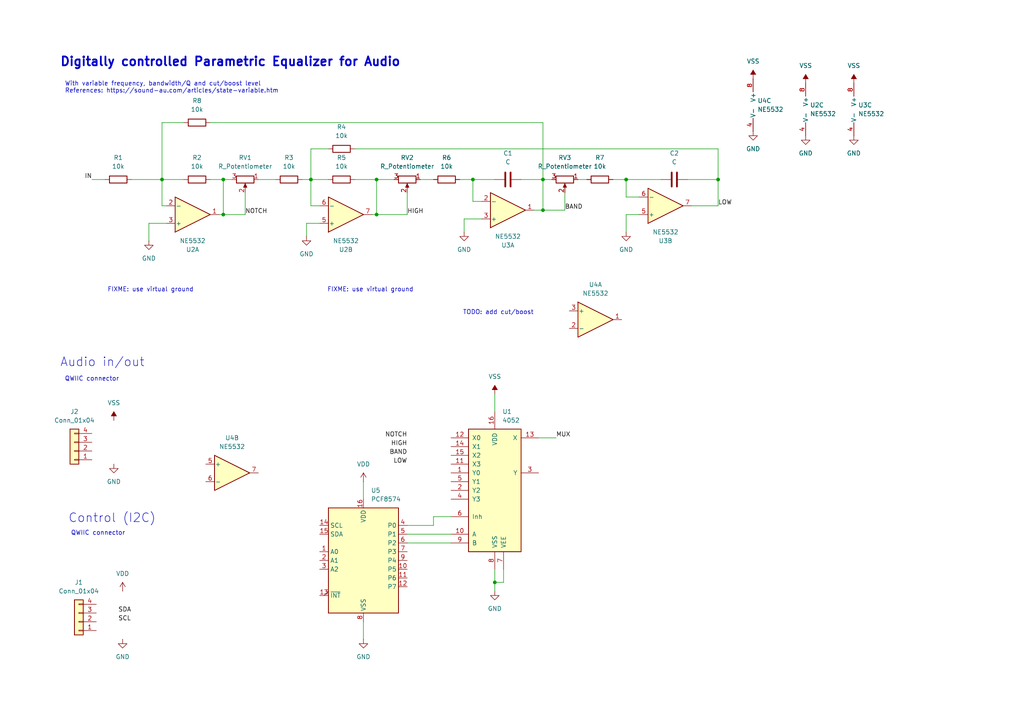
<source format=kicad_sch>
(kicad_sch (version 20231120) (generator "eeschema") (generator_version "8.0")
  (paper "A4")
  (lib_symbols
    (symbol "4xxx:4052" (pin_names (offset 1.016))
      (property "Reference" "U" (at -7.62 19.05 0))
      (property "Value" "4052" (at -7.62 -19.05 0))
      (symbol "4052_1_0"
        (pin passive line (at -12.7 5.08 0) (length 5.08) (name "Y0") (number "1"))
        (pin input line (at -12.7 -12.7 0) (length 5.08) (name "A") (number "10"))
        (pin passive line (at -12.7 7.62 0) (length 5.08) (name "X3") (number "11"))
        (pin passive line (at -12.7 15.24 0) (length 5.08) (name "X0") (number "12"))
        (pin passive line (at 12.7 15.24 180) (length 5.08) (name "X") (number "13"))
        (pin passive line (at -12.7 12.7 0) (length 5.08) (name "X1") (number "14"))
        (pin passive line (at -12.7 10.16 0) (length 5.08) (name "X2") (number "15"))
        (pin power_in line (at 0 22.86 270) (length 5.08) (name "VDD") (number "16"))
        (pin passive line (at -12.7 0 0) (length 5.08) (name "Y2") (number "2"))
        (pin passive line (at 12.7 5.08 180) (length 5.08) (name "Y") (number "3"))
        (pin passive line (at -12.7 -2.54 0) (length 5.08) (name "Y3") (number "4"))
        (pin passive line (at -12.7 2.54 0) (length 5.08) (name "Y1") (number "5"))
        (pin input line (at -12.7 -7.62 0) (length 5.08) (name "Inh") (number "6"))
        (pin power_in line (at 2.54 -22.86 90) (length 5.08) (name "VEE") (number "7"))
        (pin power_in line (at 0 -22.86 90) (length 5.08) (name "VSS") (number "8"))
        (pin input line (at -12.7 -15.24 0) (length 5.08) (name "B") (number "9"))
      )
      (symbol "4052_1_1"
        (rectangle (start -7.62 17.78) (end 7.62 -17.78) (stroke (width 0.254)) (fill (type background)))
      )
    )
    (symbol "Amplifier_Operational:NE5532" (pin_names (offset 0.127))
      (property "Reference" "U" (at 0 5.08 0))
      (property "Value" "NE5532" (at 0 -5.08 0))
      (symbol "NE5532_1_1"
        (polyline (pts (xy -5.08 5.08) (xy 5.08 0) (xy -5.08 -5.08) (xy -5.08 5.08)) (stroke (width 0.254)) (fill (type background)))
        (pin output line (at 7.62 0 180) (length 2.54) (name "~") (number "1"))
        (pin input line (at -7.62 -2.54 0) (length 2.54) (name "-") (number "2"))
        (pin input line (at -7.62 2.54 0) (length 2.54) (name "+") (number "3"))
      )
      (symbol "NE5532_2_1"
        (polyline (pts (xy -5.08 5.08) (xy 5.08 0) (xy -5.08 -5.08) (xy -5.08 5.08)) (stroke (width 0.254)) (fill (type background)))
        (pin input line (at -7.62 2.54 0) (length 2.54) (name "+") (number "5"))
        (pin input line (at -7.62 -2.54 0) (length 2.54) (name "-") (number "6"))
        (pin output line (at 7.62 0 180) (length 2.54) (name "~") (number "7"))
      )
      (symbol "NE5532_3_1"
        (pin power_in line (at -2.54 -7.62 90) (length 3.81) (name "V-") (number "4"))
        (pin power_in line (at -2.54 7.62 270) (length 3.81) (name "V+") (number "8"))
      )
    )
    (symbol "Connector_Generic:Conn_01x04" (pin_names (offset 1.016) hide)
      (property "Reference" "J" (at 0 5.08 0))
      (property "Value" "Conn_01x04" (at 0 -7.62 0))
      (symbol "Conn_01x04_1_1"
        (rectangle (start -1.27 -4.953) (end 0 -5.207) (stroke (width 0.1524)))
        (rectangle (start -1.27 -2.413) (end 0 -2.667) (stroke (width 0.1524)))
        (rectangle (start -1.27 0.127) (end 0 -0.127) (stroke (width 0.1524)))
        (rectangle (start -1.27 2.667) (end 0 2.413) (stroke (width 0.1524)))
        (rectangle (start -1.27 3.81) (end 1.27 -6.35) (stroke (width 0.254)) (fill (type background)))
        (pin passive line (at -5.08 2.54 0) (length 3.81) (name "Pin_1") (number "1"))
        (pin passive line (at -5.08 0 0) (length 3.81) (name "Pin_2") (number "2"))
        (pin passive line (at -5.08 -2.54 0) (length 3.81) (name "Pin_3") (number "3"))
        (pin passive line (at -5.08 -5.08 0) (length 3.81) (name "Pin_4") (number "4"))
      )
    )
    (symbol "Device:C" (pin_numbers hide) (pin_names (offset 0.254))
      (property "Reference" "C" (at 0.635 2.54 0))
      (property "Value" "C" (at 0.635 -2.54 0))
      (symbol "C_0_1"
        (polyline (pts (xy -2.032 -0.762) (xy 2.032 -0.762)) (stroke (width 0.508)))
        (polyline (pts (xy -2.032 0.762) (xy 2.032 0.762)) (stroke (width 0.508)))
      )
      (symbol "C_1_1"
        (pin passive line (at 0 3.81 270) (length 2.794) (name "~") (number "1"))
        (pin passive line (at 0 -3.81 90) (length 2.794) (name "~") (number "2"))
      )
    )
    (symbol "Device:R" (pin_numbers hide) (pin_names (offset 0))
      (property "Reference" "R" (at 2.032 0 90))
      (property "Value" "R" (at 0 0 90))
      (symbol "R_0_1"
        (rectangle (start -1.016 -2.54) (end 1.016 2.54) (stroke (width 0.254)))
      )
      (symbol "R_1_1"
        (pin passive line (at 0 3.81 270) (length 1.27) (name "~") (number "1"))
        (pin passive line (at 0 -3.81 90) (length 1.27) (name "~") (number "2"))
      )
    )
    (symbol "Device:R_Potentiometer" (pin_names (offset 1.016) hide)
      (property "Reference" "RV" (at -4.445 0 90))
      (property "Value" "R_Potentiometer" (at -2.54 0 90))
      (symbol "R_Potentiometer_0_1"
        (polyline (pts (xy 2.54 0) (xy 1.524 0)))
        (polyline (pts (xy 1.143 0) (xy 2.286 0.508) (xy 2.286 -0.508) (xy 1.143 0)) (fill (type outline)))
        (rectangle (start 1.016 2.54) (end -1.016 -2.54) (stroke (width 0.254)))
      )
      (symbol "R_Potentiometer_1_1"
        (pin passive line (at 0 3.81 270) (length 1.27) (name "1") (number "1"))
        (pin passive line (at 3.81 0 180) (length 1.27) (name "2") (number "2"))
        (pin passive line (at 0 -3.81 90) (length 1.27) (name "3") (number "3"))
      )
    )
    (symbol "Interface_Expansion:PCF8574"
      (property "Reference" "U" (at -8.89 16.51 0))
      (property "Value" "PCF8574" (at 2.54 16.51 0))
      (symbol "PCF8574_0_1"
        (rectangle (start -10.16 15.24) (end 10.16 -15.24) (stroke (width 0.254)) (fill (type background)))
      )
      (symbol "PCF8574_1_1"
        (pin input line (at -12.7 2.54 0) (length 2.54) (name "A0") (number "1"))
        (pin bidirectional line (at 12.7 -2.54 180) (length 2.54) (name "P5") (number "10"))
        (pin bidirectional line (at 12.7 -5.08 180) (length 2.54) (name "P6") (number "11"))
        (pin bidirectional line (at 12.7 -7.62 180) (length 2.54) (name "P7") (number "12"))
        (pin open_collector output_low (at -12.7 -10.16 0) (length 2.54) (name "~{INT}") (number "13"))
        (pin input line (at -12.7 10.16 0) (length 2.54) (name "SCL") (number "14"))
        (pin bidirectional line (at -12.7 7.62 0) (length 2.54) (name "SDA") (number "15"))
        (pin power_in line (at 0 17.78 270) (length 2.54) (name "VDD") (number "16"))
        (pin input line (at -12.7 0 0) (length 2.54) (name "A1") (number "2"))
        (pin input line (at -12.7 -2.54 0) (length 2.54) (name "A2") (number "3"))
        (pin bidirectional line (at 12.7 10.16 180) (length 2.54) (name "P0") (number "4"))
        (pin bidirectional line (at 12.7 7.62 180) (length 2.54) (name "P1") (number "5"))
        (pin bidirectional line (at 12.7 5.08 180) (length 2.54) (name "P2") (number "6"))
        (pin bidirectional line (at 12.7 2.54 180) (length 2.54) (name "P3") (number "7"))
        (pin power_in line (at 0 -17.78 90) (length 2.54) (name "VSS") (number "8"))
        (pin bidirectional line (at 12.7 0 180) (length 2.54) (name "P4") (number "9"))
      )
    )
    (symbol "power:GND" (power) (pin_numbers hide) (pin_names (offset 0) hide)
      (property "Value" "GND" (at 0 -3.81 0))
      (symbol "GND_0_1"
        (polyline (pts (xy 0 0) (xy 0 -1.27) (xy 1.27 -1.27) (xy 0 -2.54) (xy -1.27 -1.27) (xy 0 -1.27)))
      )
      (symbol "GND_1_1"
        (pin power_in line (at 0 0 270) (length 0) (name "~") (number "1"))
      )
    )
    (symbol "power:VDD" (power) (pin_numbers hide) (pin_names (offset 0) hide)
      (property "Value" "VDD" (at 0 3.556 0))
      (symbol "VDD_0_1"
        (polyline (pts (xy -0.762 1.27) (xy 0 2.54)))
        (polyline (pts (xy 0 0) (xy 0 2.54)))
        (polyline (pts (xy 0 2.54) (xy 0.762 1.27)))
      )
      (symbol "VDD_1_1"
        (pin power_in line (at 0 0 90) (length 0) (name "~") (number "1"))
      )
    )
    (symbol "power:VSS" (power) (pin_numbers hide) (pin_names (offset 0) hide)
      (property "Value" "VSS" (at 0 3.556 0))
      (symbol "VSS_0_1"
        (polyline (pts (xy 0 0) (xy 0 2.54)))
        (polyline (pts (xy 0.762 1.27) (xy -0.762 1.27) (xy 0 2.54) (xy 0.762 1.27)) (fill (type outline)))
      )
      (symbol "VSS_1_1"
        (pin power_in line (at 0 0 90) (length 0) (name "~") (number "1"))
      )
    )
  )
  (junction (at 181.61 52.07))
  (junction (at 90.17 52.07))
  (junction (at 157.48 52.07))
  (junction (at 137.16 52.07))
  (junction (at 143.51 168.91))
  (junction (at 157.48 60.96))
  (junction (at 109.22 52.07))
  (junction (at 109.22 62.23))
  (junction (at 64.77 62.23))
  (junction (at 208.28 52.07))
  (junction (at 46.99 52.07))
  (junction (at 64.77 52.07))
  (wire (pts (xy 199.39 52.07) (xy 208.28 52.07)))
  (wire (pts (xy 121.92 52.07) (xy 125.73 52.07)))
  (wire (pts (xy 109.22 62.23) (xy 118.11 62.23)))
  (wire (pts (xy 26.67 52.07) (xy 30.48 52.07)))
  (wire (pts (xy 90.17 52.07) (xy 90.17 59.69)))
  (wire (pts (xy 87.63 52.07) (xy 90.17 52.07)))
  (wire (pts (xy 157.48 52.07) (xy 157.48 60.96)))
  (wire (pts (xy 143.51 114.3) (xy 143.51 119.38)))
  (wire (pts (xy 118.11 154.94) (xy 130.81 154.94)))
  (wire (pts (xy 177.8 52.07) (xy 181.61 52.07)))
  (wire (pts (xy 137.16 52.07) (xy 137.16 58.42)))
  (wire (pts (xy 48.26 59.69) (xy 46.99 59.69)))
  (wire (pts (xy 133.35 52.07) (xy 137.16 52.07)))
  (wire (pts (xy 90.17 59.69) (xy 92.71 59.69)))
  (wire (pts (xy 90.17 43.18) (xy 90.17 52.07)))
  (wire (pts (xy 107.95 62.23) (xy 109.22 62.23)))
  (wire (pts (xy 125.73 152.4) (xy 118.11 152.4)))
  (wire (pts (xy 74.93 52.07) (xy 80.01 52.07)))
  (wire (pts (xy 157.48 52.07) (xy 160.02 52.07)))
  (wire (pts (xy 143.51 168.91) (xy 143.51 171.45)))
  (wire (pts (xy 46.99 59.69) (xy 46.99 52.07)))
  (wire (pts (xy 64.77 52.07) (xy 67.31 52.07)))
  (wire (pts (xy 88.9 64.77) (xy 92.71 64.77)))
  (wire (pts (xy 134.62 67.31) (xy 134.62 63.5)))
  (wire (pts (xy 38.1 52.07) (xy 46.99 52.07)))
  (wire (pts (xy 90.17 52.07) (xy 95.25 52.07)))
  (wire (pts (xy 63.5 62.23) (xy 64.77 62.23)))
  (wire (pts (xy 105.41 180.34) (xy 105.41 185.42)))
  (wire (pts (xy 181.61 52.07) (xy 181.61 57.15)))
  (wire (pts (xy 46.99 35.56) (xy 53.34 35.56)))
  (wire (pts (xy 109.22 52.07) (xy 109.22 62.23)))
  (wire (pts (xy 95.25 43.18) (xy 90.17 43.18)))
  (wire (pts (xy 46.99 52.07) (xy 46.99 35.56)))
  (wire (pts (xy 60.96 52.07) (xy 64.77 52.07)))
  (wire (pts (xy 143.51 168.91) (xy 146.05 168.91)))
  (wire (pts (xy 181.61 57.15) (xy 185.42 57.15)))
  (wire (pts (xy 88.9 68.58) (xy 88.9 64.77)))
  (wire (pts (xy 71.12 62.23) (xy 64.77 62.23)))
  (wire (pts (xy 163.83 60.96) (xy 157.48 60.96)))
  (wire (pts (xy 125.73 149.86) (xy 125.73 152.4)))
  (wire (pts (xy 157.48 35.56) (xy 157.48 52.07)))
  (wire (pts (xy 118.11 62.23) (xy 118.11 55.88)))
  (wire (pts (xy 208.28 52.07) (xy 208.28 59.69)))
  (wire (pts (xy 143.51 165.1) (xy 143.51 168.91)))
  (wire (pts (xy 71.12 55.88) (xy 71.12 62.23)))
  (wire (pts (xy 167.64 52.07) (xy 170.18 52.07)))
  (wire (pts (xy 134.62 63.5) (xy 139.7 63.5)))
  (wire (pts (xy 109.22 52.07) (xy 114.3 52.07)))
  (wire (pts (xy 43.18 69.85) (xy 43.18 64.77)))
  (wire (pts (xy 208.28 43.18) (xy 208.28 52.07)))
  (wire (pts (xy 60.96 35.56) (xy 157.48 35.56)))
  (wire (pts (xy 118.11 157.48) (xy 130.81 157.48)))
  (wire (pts (xy 102.87 52.07) (xy 109.22 52.07)))
  (wire (pts (xy 157.48 60.96) (xy 154.94 60.96)))
  (wire (pts (xy 151.13 52.07) (xy 157.48 52.07)))
  (wire (pts (xy 130.81 149.86) (xy 125.73 149.86)))
  (wire (pts (xy 146.05 165.1) (xy 146.05 168.91)))
  (wire (pts (xy 64.77 62.23) (xy 64.77 52.07)))
  (wire (pts (xy 43.18 64.77) (xy 48.26 64.77)))
  (wire (pts (xy 137.16 58.42) (xy 139.7 58.42)))
  (wire (pts (xy 163.83 55.88) (xy 163.83 60.96)))
  (wire (pts (xy 156.21 127) (xy 161.29 127)))
  (wire (pts (xy 208.28 59.69) (xy 200.66 59.69)))
  (wire (pts (xy 105.41 139.7) (xy 105.41 144.78)))
  (wire (pts (xy 102.87 43.18) (xy 208.28 43.18)))
  (wire (pts (xy 181.61 67.31) (xy 181.61 62.23)))
  (wire (pts (xy 181.61 52.07) (xy 191.77 52.07)))
  (wire (pts (xy 46.99 52.07) (xy 53.34 52.07)))
  (wire (pts (xy 137.16 52.07) (xy 143.51 52.07)))
  (wire (pts (xy 181.61 62.23) (xy 185.42 62.23)))
  (text "FIXME: use virtual ground" (at 107.442 84.074 0) (effects (font (size 1.27 1.27))))
  (text "QWIIC connector" (at 28.448 154.686 0) (effects (font (size 1.27 1.27))))
  (text "QWIIC connector" (at 26.67 109.982 0) (effects (font (size 1.27 1.27))))
  (text "Audio in/out" (at 29.718 105.156 0) (effects (font (size 2.54 2.54))))
  (text "TODO: add cut/boost" (at 144.526 90.678 0) (effects (font (size 1.27 1.27))))
  (text "Control (I2C)" (at 32.512 150.368 0) (effects (font (size 2.54 2.54))))
  (text "FIXME: use virtual ground" (at 43.688 84.074 0) (effects (font (size 1.27 1.27))))
  (text "Digitally controlled Parametric Equalizer for Audio" (at 66.802 18.034 0) (effects (font (size 2.54 2.54) (thickness 0.508) (bold yes))))
  (text "With variable frequency, bandwidth/Q and cut/boost level\nReferences: https://sound-au.com/articles/state-variable.htm" (at 18.796 25.4 0) (effects (font (size 1.27 1.27)) (justify left)))
  (label "SDA" (at 34.29 177.8 0))
  (label "HIGH" (at 118.11 129.54 180))
  (label "LOW" (at 118.11 134.62 180))
  (label "BAND" (at 118.11 132.08 180))
  (label "BAND" (at 163.83 60.96 0))
  (label "IN" (at 26.67 52.07 180))
  (label "NOTCH" (at 71.12 62.23 0))
  (label "LOW" (at 208.28 59.69 0))
  (label "SCL" (at 34.29 180.34 0))
  (label "HIGH" (at 118.11 62.23 0))
  (label "NOTCH" (at 118.11 127 180))
  (label "MUX" (at 161.29 127 0))
  (symbol (lib_id "Amplifier_Operational:NE5532") (at 236.22 31.75 0) (unit 3)
    (property "Reference" "U2" (at 234.95 30.4799 0) (effects (justify left)))
    (property "Value" "NE5532" (at 234.95 33.0199 0) (effects (justify left)))
    (property "Datasheet" "http://www.ti.com/lit/ds/symlink/ne5532.pdf" (effects (hide yes)))
    (property "Description" "Dual Low-Noise Operational Amplifiers, DIP-8/SOIC-8" (effects (hide yes)))
  )
  (symbol (lib_id "Device:R_Potentiometer") (at 118.11 52.07 270) (unit 1)
    (property "Reference" "RV2" (at 118.11 45.72 90))
    (property "Value" "R_Potentiometer" (at 118.11 48.26 90))
    (property "Description" "Potentiometer" (effects (hide yes)))
  )
  (symbol (lib_id "Interface_Expansion:PCF8574") (at 105.41 162.56 0) (unit 1)
    (property "Reference" "U5" (at 107.6041 142.24 0) (effects (justify left)))
    (property "Value" "PCF8574" (at 107.6041 144.78 0) (effects (justify left)))
    (property "Datasheet" "http://www.nxp.com/docs/en/data-sheet/PCF8574_PCF8574A.pdf" (effects (hide yes)))
    (property "Description" "8 Bit Port/Expander to I2C Bus, DIP/SOIC-16" (effects (hide yes)))
  )
  (symbol (lib_id "Amplifier_Operational:NE5532") (at 147.32 60.96 0) (mirror x) (unit 1)
    (property "Reference" "U3" (at 147.32 71.12 0))
    (property "Value" "NE5532" (at 147.32 68.58 0))
    (property "Datasheet" "http://www.ti.com/lit/ds/symlink/ne5532.pdf" (effects (hide yes)))
    (property "Description" "Dual Low-Noise Operational Amplifiers, DIP-8/SOIC-8" (effects (hide yes)))
  )
  (symbol (lib_id "power:GND") (at 134.62 67.31 0) (unit 1)
    (property "Reference" "#PWR012" (effects (hide yes)))
    (property "Value" "GND" (at 134.62 72.39 0))
    (property "Description" "Power symbol creates a global label with name \"GND\" , ground" (effects (hide yes)))
  )
  (symbol (lib_id "power:GND") (at 35.56 185.42 0) (unit 1)
    (property "Reference" "#PWR01" (effects (hide yes)))
    (property "Value" "GND" (at 35.56 190.5 0))
    (property "Description" "Power symbol creates a global label with name \"GND\" , ground" (effects (hide yes)))
  )
  (symbol (lib_id "Device:R_Potentiometer") (at 163.83 52.07 270) (unit 1)
    (property "Reference" "RV3" (at 163.83 45.72 90))
    (property "Value" "R_Potentiometer" (at 163.83 48.26 90))
    (property "Description" "Potentiometer" (effects (hide yes)))
  )
  (symbol (lib_id "power:GND") (at 88.9 68.58 0) (unit 1)
    (property "Reference" "#PWR013" (effects (hide yes)))
    (property "Value" "GND" (at 88.9 73.66 0))
    (property "Description" "Power symbol creates a global label with name \"GND\" , ground" (effects (hide yes)))
  )
  (symbol (lib_id "Device:R") (at 34.29 52.07 90) (unit 1)
    (property "Reference" "R1" (at 34.29 45.72 90))
    (property "Value" "10k" (at 34.29 48.26 90))
    (property "Footprint" "Resistor_SMD:R_0805_2012Metric" (effects (hide yes)))
    (property "Description" "Resistor" (effects (hide yes)))
  )
  (symbol (lib_id "power:GND") (at 105.41 185.42 0) (unit 1)
    (property "Reference" "#PWR018" (effects (hide yes)))
    (property "Value" "GND" (at 105.41 190.5 0))
    (property "Description" "Power symbol creates a global label with name \"GND\" , ground" (effects (hide yes)))
  )
  (symbol (lib_id "power:VDD") (at 35.56 171.45 0) (unit 1)
    (property "Reference" "#PWR04" (effects (hide yes)))
    (property "Value" "VDD" (at 35.56 166.37 0))
    (property "Description" "Power symbol creates a global label with name \"VDD\"" (effects (hide yes)))
  )
  (symbol (lib_id "Device:R_Potentiometer") (at 71.12 52.07 270) (unit 1)
    (property "Reference" "RV1" (at 71.12 45.72 90))
    (property "Value" "R_Potentiometer" (at 71.12 48.26 90))
    (property "Description" "Potentiometer" (effects (hide yes)))
  )
  (symbol (lib_id "Device:R") (at 57.15 35.56 90) (unit 1)
    (property "Reference" "R8" (at 57.15 29.21 90))
    (property "Value" "10k" (at 57.15 31.75 90))
    (property "Footprint" "Resistor_SMD:R_0805_2012Metric" (effects (hide yes)))
    (property "Description" "Resistor" (effects (hide yes)))
  )
  (symbol (lib_id "Amplifier_Operational:NE5532") (at 220.98 30.48 0) (unit 3)
    (property "Reference" "U4" (at 219.71 29.2099 0) (effects (justify left)))
    (property "Value" "NE5532" (at 219.71 31.7499 0) (effects (justify left)))
    (property "Datasheet" "http://www.ti.com/lit/ds/symlink/ne5532.pdf" (effects (hide yes)))
    (property "Description" "Dual Low-Noise Operational Amplifiers, DIP-8/SOIC-8" (effects (hide yes)))
  )
  (symbol (lib_id "power:GND") (at 143.51 171.45 0) (unit 1)
    (property "Reference" "#PWR017" (effects (hide yes)))
    (property "Value" "GND" (at 143.51 176.53 0))
    (property "Description" "Power symbol creates a global label with name \"GND\" , ground" (effects (hide yes)))
  )
  (symbol (lib_id "Amplifier_Operational:NE5532") (at 100.33 62.23 0) (mirror x) (unit 2)
    (property "Reference" "U2" (at 100.33 72.39 0))
    (property "Value" "NE5532" (at 100.33 69.85 0))
    (property "Datasheet" "http://www.ti.com/lit/ds/symlink/ne5532.pdf" (effects (hide yes)))
    (property "Description" "Dual Low-Noise Operational Amplifiers, DIP-8/SOIC-8" (effects (hide yes)))
  )
  (symbol (lib_id "power:GND") (at 43.18 69.85 0) (unit 1)
    (property "Reference" "#PWR014" (effects (hide yes)))
    (property "Value" "GND" (at 43.18 74.93 0))
    (property "Description" "Power symbol creates a global label with name \"GND\" , ground" (effects (hide yes)))
  )
  (symbol (lib_id "Device:R") (at 129.54 52.07 90) (unit 1)
    (property "Reference" "R6" (at 129.54 45.72 90))
    (property "Value" "10k" (at 129.54 48.26 90))
    (property "Footprint" "Resistor_SMD:R_0805_2012Metric" (effects (hide yes)))
    (property "Description" "Resistor" (effects (hide yes)))
  )
  (symbol (lib_id "Amplifier_Operational:NE5532") (at 250.19 31.75 0) (unit 3)
    (property "Reference" "U3" (at 248.92 30.4799 0) (effects (justify left)))
    (property "Value" "NE5532" (at 248.92 33.0199 0) (effects (justify left)))
    (property "Datasheet" "http://www.ti.com/lit/ds/symlink/ne5532.pdf" (effects (hide yes)))
    (property "Description" "Dual Low-Noise Operational Amplifiers, DIP-8/SOIC-8" (effects (hide yes)))
  )
  (symbol (lib_id "power:VSS") (at 218.44 22.86 0) (unit 1)
    (property "Reference" "#PWR09" (effects (hide yes)))
    (property "Value" "VSS" (at 218.44 17.78 0))
    (property "Description" "Power symbol creates a global label with name \"VSS\"" (effects (hide yes)))
  )
  (symbol (lib_id "Device:R") (at 99.06 52.07 90) (unit 1)
    (property "Reference" "R5" (at 99.06 45.72 90))
    (property "Value" "10k" (at 99.06 48.26 90))
    (property "Footprint" "Resistor_SMD:R_0805_2012Metric" (effects (hide yes)))
    (property "Description" "Resistor" (effects (hide yes)))
  )
  (symbol (lib_id "Device:C") (at 195.58 52.07 90) (unit 1)
    (property "Reference" "C2" (at 195.58 44.45 90))
    (property "Value" "C" (at 195.58 46.99 90))
    (property "Description" "Unpolarized capacitor" (effects (hide yes)))
  )
  (symbol (lib_id "Amplifier_Operational:NE5532") (at 193.04 59.69 0) (mirror x) (unit 2)
    (property "Reference" "U3" (at 193.04 69.85 0))
    (property "Value" "NE5532" (at 193.04 67.31 0))
    (property "Datasheet" "http://www.ti.com/lit/ds/symlink/ne5532.pdf" (effects (hide yes)))
    (property "Description" "Dual Low-Noise Operational Amplifiers, DIP-8/SOIC-8" (effects (hide yes)))
  )
  (symbol (lib_id "Connector_Generic:Conn_01x04") (at 22.86 180.34 180) (unit 1)
    (property "Reference" "J1" (at 22.86 168.91 0))
    (property "Value" "Conn_01x04" (at 22.86 171.45 0))
    (property "Description" "Generic connector, single row, 01x04, script generated (kicad-library-utils/schlib/autogen/connector/)" (effects (hide yes)))
  )
  (symbol (lib_id "power:GND") (at 218.44 38.1 0) (unit 1)
    (property "Reference" "#PWR010" (effects (hide yes)))
    (property "Value" "GND" (at 218.44 43.18 0))
    (property "Description" "Power symbol creates a global label with name \"GND\" , ground" (effects (hide yes)))
  )
  (symbol (lib_id "power:VSS") (at 143.51 114.3 0) (unit 1)
    (property "Reference" "#PWR016" (effects (hide yes)))
    (property "Value" "VSS" (at 143.51 109.22 0))
    (property "Description" "Power symbol creates a global label with name \"VSS\"" (effects (hide yes)))
  )
  (symbol (lib_id "power:GND") (at 181.61 67.31 0) (unit 1)
    (property "Reference" "#PWR011" (effects (hide yes)))
    (property "Value" "GND" (at 181.61 72.39 0))
    (property "Description" "Power symbol creates a global label with name \"GND\" , ground" (effects (hide yes)))
  )
  (symbol (lib_id "Device:R") (at 99.06 43.18 90) (unit 1)
    (property "Reference" "R4" (at 99.06 36.83 90))
    (property "Value" "10k" (at 99.06 39.37 90))
    (property "Footprint" "Resistor_SMD:R_0805_2012Metric" (effects (hide yes)))
    (property "Description" "Resistor" (effects (hide yes)))
  )
  (symbol (lib_id "power:GND") (at 33.02 134.62 0) (unit 1)
    (property "Reference" "#PWR02" (effects (hide yes)))
    (property "Value" "GND" (at 33.02 139.7 0))
    (property "Description" "Power symbol creates a global label with name \"GND\" , ground" (effects (hide yes)))
  )
  (symbol (lib_id "Device:C") (at 147.32 52.07 90) (unit 1)
    (property "Reference" "C1" (at 147.32 44.45 90))
    (property "Value" "C" (at 147.32 46.99 90))
    (property "Description" "Unpolarized capacitor" (effects (hide yes)))
  )
  (symbol (lib_id "power:VSS") (at 247.65 24.13 0) (unit 1)
    (property "Reference" "#PWR07" (effects (hide yes)))
    (property "Value" "VSS" (at 247.65 19.05 0))
    (property "Description" "Power symbol creates a global label with name \"VSS\"" (effects (hide yes)))
  )
  (symbol (lib_id "Device:R") (at 173.99 52.07 90) (unit 1)
    (property "Reference" "R7" (at 173.99 45.72 90))
    (property "Value" "10k" (at 173.99 48.26 90))
    (property "Footprint" "Resistor_SMD:R_0805_2012Metric" (effects (hide yes)))
    (property "Description" "Resistor" (effects (hide yes)))
  )
  (symbol (lib_id "power:GND") (at 247.65 39.37 0) (unit 1)
    (property "Reference" "#PWR08" (effects (hide yes)))
    (property "Value" "GND" (at 247.65 44.45 0))
    (property "Description" "Power symbol creates a global label with name \"GND\" , ground" (effects (hide yes)))
  )
  (symbol (lib_id "Amplifier_Operational:NE5532") (at 67.31 137.16 0) (unit 2)
    (property "Reference" "U4" (at 67.31 127 0))
    (property "Value" "NE5532" (at 67.31 129.54 0))
    (property "Datasheet" "http://www.ti.com/lit/ds/symlink/ne5532.pdf" (effects (hide yes)))
    (property "Description" "Dual Low-Noise Operational Amplifiers, DIP-8/SOIC-8" (effects (hide yes)))
  )
  (symbol (lib_id "Device:R") (at 57.15 52.07 90) (unit 1)
    (property "Reference" "R2" (at 57.15 45.72 90))
    (property "Value" "10k" (at 57.15 48.26 90))
    (property "Footprint" "Resistor_SMD:R_0805_2012Metric" (effects (hide yes)))
    (property "Description" "Resistor" (effects (hide yes)))
  )
  (symbol (lib_id "power:VSS") (at 233.68 24.13 0) (unit 1)
    (property "Reference" "#PWR05" (effects (hide yes)))
    (property "Value" "VSS" (at 233.68 19.05 0))
    (property "Description" "Power symbol creates a global label with name \"VSS\"" (effects (hide yes)))
  )
  (symbol (lib_id "4xxx:4052") (at 143.51 142.24 0) (unit 1)
    (property "Reference" "U1" (at 145.7041 119.38 0) (effects (justify left)))
    (property "Value" "4052" (at 145.7041 121.92 0) (effects (justify left)))
    (property "Datasheet" "http://www.intersil.com/content/dam/Intersil/documents/cd40/cd4051bms-52bms-53bms.pdf" (effects (hide yes)))
    (property "Description" "Dual Analog Multiplexer 4 to 1 line" (effects (hide yes)))
  )
  (symbol (lib_id "Device:R") (at 83.82 52.07 90) (unit 1)
    (property "Reference" "R3" (at 83.82 45.72 90))
    (property "Value" "10k" (at 83.82 48.26 90))
    (property "Footprint" "Resistor_SMD:R_0805_2012Metric" (effects (hide yes)))
    (property "Description" "Resistor" (effects (hide yes)))
  )
  (symbol (lib_id "Amplifier_Operational:NE5532") (at 55.88 62.23 0) (mirror x) (unit 1)
    (property "Reference" "U2" (at 55.88 72.39 0))
    (property "Value" "NE5532" (at 55.88 69.85 0))
    (property "Datasheet" "http://www.ti.com/lit/ds/symlink/ne5532.pdf" (effects (hide yes)))
    (property "Description" "Dual Low-Noise Operational Amplifiers, DIP-8/SOIC-8" (effects (hide yes)))
  )
  (symbol (lib_id "Connector_Generic:Conn_01x04") (at 21.59 130.81 180) (unit 1)
    (property "Reference" "J2" (at 21.59 119.38 0))
    (property "Value" "Conn_01x04" (at 21.59 121.92 0))
    (property "Description" "Generic connector, single row, 01x04, script generated (kicad-library-utils/schlib/autogen/connector/)" (effects (hide yes)))
  )
  (symbol (lib_id "power:GND") (at 233.68 39.37 0) (unit 1)
    (property "Reference" "#PWR06" (effects (hide yes)))
    (property "Value" "GND" (at 233.68 44.45 0))
    (property "Description" "Power symbol creates a global label with name \"GND\" , ground" (effects (hide yes)))
  )
  (symbol (lib_id "power:VDD") (at 105.41 139.7 0) (unit 1)
    (property "Reference" "#PWR015" (effects (hide yes)))
    (property "Value" "VDD" (at 105.41 134.62 0))
    (property "Description" "Power symbol creates a global label with name \"VDD\"" (effects (hide yes)))
  )
  (symbol (lib_id "power:VSS") (at 33.02 121.92 0) (unit 1)
    (property "Reference" "#PWR03" (effects (hide yes)))
    (property "Value" "VSS" (at 33.02 116.84 0))
    (property "Description" "Power symbol creates a global label with name \"VSS\"" (effects (hide yes)))
  )
  (symbol (lib_id "Amplifier_Operational:NE5532") (at 172.72 92.71 0) (unit 1)
    (property "Reference" "U4" (at 172.72 82.55 0))
    (property "Value" "NE5532" (at 172.72 85.09 0))
    (property "Datasheet" "http://www.ti.com/lit/ds/symlink/ne5532.pdf" (effects (hide yes)))
    (property "Description" "Dual Low-Noise Operational Amplifiers, DIP-8/SOIC-8" (effects (hide yes)))
  )
)
</source>
